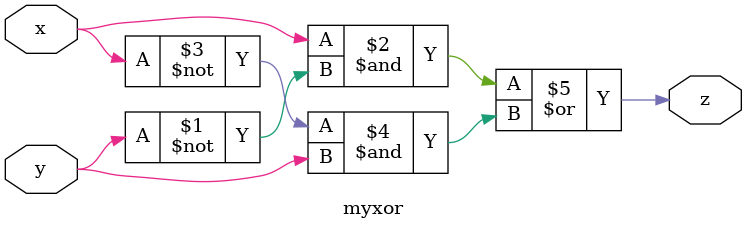
<source format=v>
`timescale 1ns / 1ps
module myxor(x,y,z);
	input x;
	input y;
	output z;
	wire z;
	
	assign z = (x& ~y) | (~x & y);


endmodule

</source>
